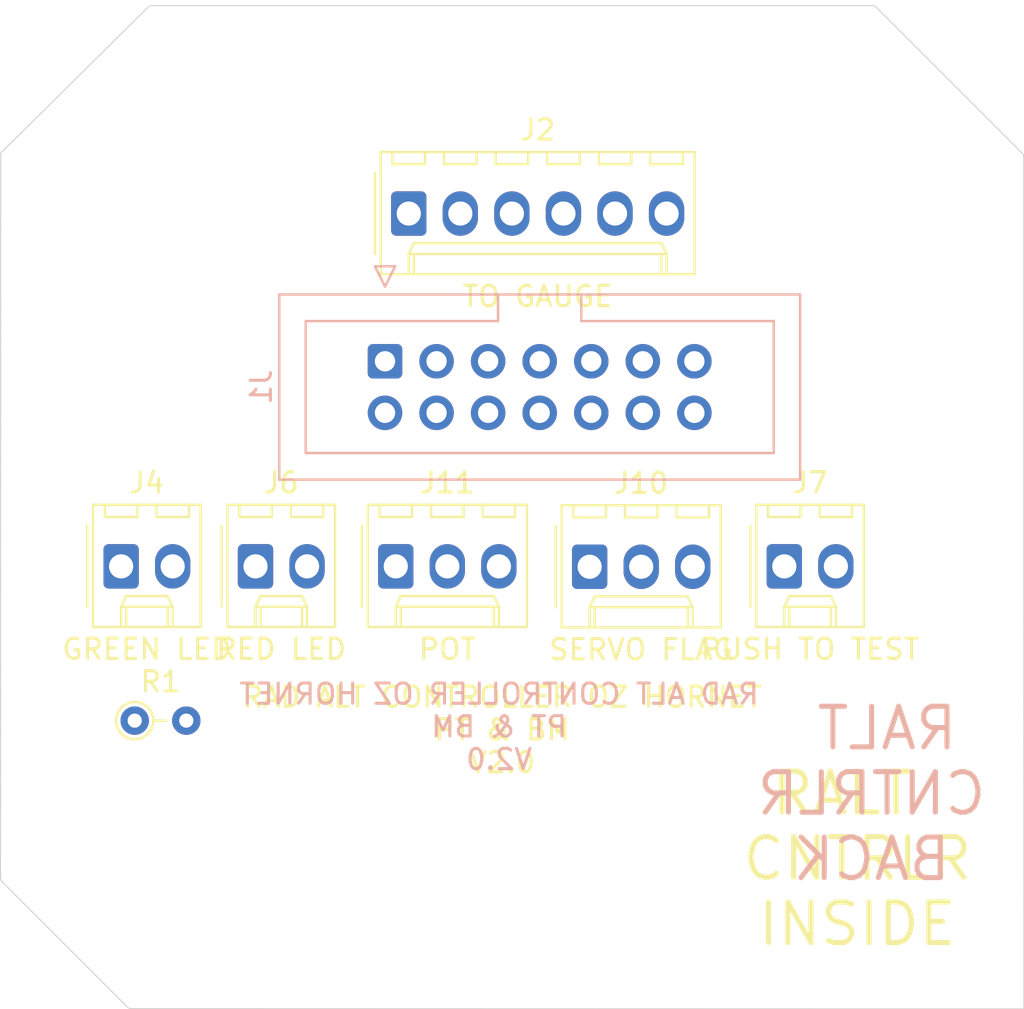
<source format=kicad_pcb>
(kicad_pcb (version 20211014) (generator pcbnew)
  (title_block (title "ABSIS NANO 2.0") (date "jeu. 02 avril 2015") (rev "1") (company "OPENHORNET") (comment 1 "CC BY-NC-SA"))
  (layers (0 "F.Cu" signal) (31 "B.Cu" signal) (34 "B.Paste" user) (35 "F.Paste" user) (36 "B.SilkS" user "B.Silkscreen") (37 "F.SilkS" user "F.Silkscreen") (38 "B.Mask" user) (39 "F.Mask" user) (44 "Edge.Cuts" user))
  (net 0 "")
  (net 1 "/LEDGND")
  (net 2 "/COIL-1")
  (net 3 "/COIL-2")
  (net 4 "/COIL-3")
  (net 5 "/COIL-4")
  (net 6 "/SERVO")
  (net 7 "/BL{slash}12+")
  (net 8 "/BL{slash}12-")
  (net 9 "/GN_LED")
  (net 10 "/POT")
  (net 11 "/PUSH_BUT")
  (net 12 "/GND")
  (net 13 "/RD_LED")
  (net 14 "/5V")
  (net 15 "/BLGND")
  (footprint "MountingHole:MountingHole_2.5mm" (layer "F.Cu") (at 34.81 50.81)
    (fp_text reference "MK1" hide)
    (fp_text value "MH")
    (pad "" np_thru_hole circle locked (at 0 0) (size 2.5 2.5) (drill 2.5) (layers *.Cu *.Mask))
  )
  (footprint "MountingHole:MountingHole_2.5mm" (layer "F.Cu") (at 31.81 91.81)
    (fp_text reference "MK2" hide)
    (fp_text value "MH")
    (pad "" np_thru_hole circle locked (at 0 0) (size 2.5 2.5) (drill 2.5) (layers *.Cu *.Mask))
  )
  (footprint "MountingHole:MountingHole_2.5mm" (layer "F.Cu") (at 71.81 54.81)
    (fp_text reference "MK3" hide)
    (fp_text value "MH")
    (pad "" np_thru_hole circle locked (at 0 0) (size 2.5 2.5) (drill 2.5) (layers *.Cu *.Mask))
  )
  (footprint "Connector_Molex:Molex_KK-254_AE-6410-02A_1x02_P2.54mm_Vertical" (layer "F.Cu") (at 64.66 75.21)
    (fp_text reference "J7" (at 1.27 -4.12) (layer "F.SilkS"))
    (fp_text value "PUSH TO TEST" (at 1.27 4.08) (layer "F.SilkS"))
    (fp_line (start 3.92 2.99) (end 3.92 -3.03) (layer "F.SilkS") (width 0.12))
    (fp_line (start 3.92 -3.03) (end -1.38 -3.03) (layer "F.SilkS") (width 0.12))
    (fp_line (start -1.67 -2) (end -1.67 2) (layer "F.SilkS") (width 0.12))
    (fp_line (start 0 1.99) (end 2.54 1.99) (layer "F.SilkS") (width 0.12))
    (fp_line (start 3.34 -2.43) (end 3.34 -3.03) (layer "F.SilkS") (width 0.12))
    (fp_line (start 2.29 2.99) (end 2.29 1.99) (layer "F.SilkS") (width 0.12))
    (fp_line (start 0 1.99) (end 0.25 1.46) (layer "F.SilkS") (width 0.12))
    (fp_line (start 0.25 2.99) (end 0.25 1.99) (layer "F.SilkS") (width 0.12))
    (fp_line (start 1.74 -3.03) (end 1.74 -2.43) (layer "F.SilkS") (width 0.12))
    (fp_line (start 0 2.99) (end 0 1.99) (layer "F.SilkS") (width 0.12))
    (fp_line (start 2.54 1.99) (end 2.54 2.99) (layer "F.SilkS") (width 0.12))
    (fp_line (start 2.29 1.46) (end 2.54 1.99) (layer "F.SilkS") (width 0.12))
    (fp_line (start -0.8 -3.03) (end -0.8 -2.43) (layer "F.SilkS") (width 0.12))
    (fp_line (start -1.38 2.99) (end 3.92 2.99) (layer "F.SilkS") (width 0.12))
    (fp_line (start 1.74 -2.43) (end 3.34 -2.43) (layer "F.SilkS") (width 0.12))
    (fp_line (start -0.8 -2.43) (end 0.8 -2.43) (layer "F.SilkS") (width 0.12))
    (fp_line (start 0.25 1.46) (end 2.29 1.46) (layer "F.SilkS") (width 0.12))
    (fp_line (start 0.8 -2.43) (end 0.8 -3.03) (layer "F.SilkS") (width 0.12))
    (fp_line (start -1.38 -3.03) (end -1.38 2.99) (layer "F.SilkS") (width 0.12))
    (pad "1" thru_hole roundrect (at 0 0) (size 1.74 2.19) (drill 1.19) (layers *.Cu *.Mask) (roundrect_rratio 0.1436781609) (net 11 "/PUSH_BUT"))
    (pad "2" thru_hole oval (at 2.54 0) (size 1.74 2.19) (drill 1.19) (layers *.Cu *.Mask) (net 12 "/GND"))
  )
  (footprint "Connector_Molex:Molex_KK-254_AE-6410-02A_1x02_P2.54mm_Vertical" (layer "F.Cu") (at 31.99 75.21)
    (fp_text reference "J4" (at 1.27 -4.12) (layer "F.SilkS"))
    (fp_text value "GREEN LED" (at 1.27 4.08) (layer "F.SilkS"))
    (fp_line (start 0.25 2.99) (end 0.25 1.99) (layer "F.SilkS") (width 0.12))
    (fp_line (start 3.92 2.99) (end 3.92 -3.03) (layer "F.SilkS") (width 0.12))
    (fp_line (start 2.54 1.99) (end 2.54 2.99) (layer "F.SilkS") (width 0.12))
    (fp_line (start -1.67 -2) (end -1.67 2) (layer "F.SilkS") (width 0.12))
    (fp_line (start -0.8 -3.03) (end -0.8 -2.43) (layer "F.SilkS") (width 0.12))
    (fp_line (start 0 1.99) (end 2.54 1.99) (layer "F.SilkS") (width 0.12))
    (fp_line (start 1.74 -2.43) (end 3.34 -2.43) (layer "F.SilkS") (width 0.12))
    (fp_line (start 0.25 1.46) (end 2.29 1.46) (layer "F.SilkS") (width 0.12))
    (fp_line (start 3.92 -3.03) (end -1.38 -3.03) (layer "F.SilkS") (width 0.12))
    (fp_line (start 1.74 -3.03) (end 1.74 -2.43) (layer "F.SilkS") (width 0.12))
    (fp_line (start 0.8 -2.43) (end 0.8 -3.03) (layer "F.SilkS") (width 0.12))
    (fp_line (start 0 2.99) (end 0 1.99) (layer "F.SilkS") (width 0.12))
    (fp_line (start 2.29 1.46) (end 2.54 1.99) (layer "F.SilkS") (width 0.12))
    (fp_line (start -1.38 -3.03) (end -1.38 2.99) (layer "F.SilkS") (width 0.12))
    (fp_line (start -0.8 -2.43) (end 0.8 -2.43) (layer "F.SilkS") (width 0.12))
    (fp_line (start 2.29 2.99) (end 2.29 1.99) (layer "F.SilkS") (width 0.12))
    (fp_line (start -1.38 2.99) (end 3.92 2.99) (layer "F.SilkS") (width 0.12))
    (fp_line (start 0 1.99) (end 0.25 1.46) (layer "F.SilkS") (width 0.12))
    (fp_line (start 3.34 -2.43) (end 3.34 -3.03) (layer "F.SilkS") (width 0.12))
    (pad "1" thru_hole roundrect (at 0 0) (size 1.74 2.19) (drill 1.19) (layers *.Cu *.Mask) (roundrect_rratio 0.1436781609) (net 9 "/GN_LED"))
    (pad "2" thru_hole oval (at 2.54 0) (size 1.74 2.19) (drill 1.19) (layers *.Cu *.Mask) (net 1 "/LEDGND"))
  )
  (footprint "Connector_Molex:Molex_KK-254_AE-6410-03A_1x03_P2.54mm_Vertical" (layer "F.Cu") (at 45.52 75.21)
    (fp_text reference "J11" (at 2.54 -4.12) (layer "F.SilkS"))
    (fp_text value "POT" (at 2.54 4.08) (layer "F.SilkS"))
    (fp_line (start 0.25 2.99) (end 0.25 1.99) (layer "F.SilkS") (width 0.12))
    (fp_line (start 6.46 -3.03) (end -1.38 -3.03) (layer "F.SilkS") (width 0.12))
    (fp_line (start 4.28 -3.03) (end 4.28 -2.43) (layer "F.SilkS") (width 0.12))
    (fp_line (start -1.38 2.99) (end 6.46 2.99) (layer "F.SilkS") (width 0.12))
    (fp_line (start 5.88 -2.43) (end 5.88 -3.03) (layer "F.SilkS") (width 0.12))
    (fp_line (start -1.38 -3.03) (end -1.38 2.99) (layer "F.SilkS") (width 0.12))
    (fp_line (start -0.8 -2.43) (end 0.8 -2.43) (layer "F.SilkS") (width 0.12))
    (fp_line (start 1.74 -2.43) (end 3.34 -2.43) (layer "F.SilkS") (width 0.12))
    (fp_line (start 0.8 -2.43) (end 0.8 -3.03) (layer "F.SilkS") (width 0.12))
    (fp_line (start 0 1.99) (end 5.08 1.99) (layer "F.SilkS") (width 0.12))
    (fp_line (start 4.83 2.99) (end 4.83 1.99) (layer "F.SilkS") (width 0.12))
    (fp_line (start 1.74 -3.03) (end 1.74 -2.43) (layer "F.SilkS") (width 0.12))
    (fp_line (start 6.46 2.99) (end 6.46 -3.03) (layer "F.SilkS") (width 0.12))
    (fp_line (start 4.83 1.46) (end 5.08 1.99) (layer "F.SilkS") (width 0.12))
    (fp_line (start 0 2.99) (end 0 1.99) (layer "F.SilkS") (width 0.12))
    (fp_line (start 4.28 -2.43) (end 5.88 -2.43) (layer "F.SilkS") (width 0.12))
    (fp_line (start 0.25 1.46) (end 4.83 1.46) (layer "F.SilkS") (width 0.12))
    (fp_line (start 0 1.99) (end 0.25 1.46) (layer "F.SilkS") (width 0.12))
    (fp_line (start 3.34 -2.43) (end 3.34 -3.03) (layer "F.SilkS") (width 0.12))
    (fp_line (start -1.67 -2) (end -1.67 2) (layer "F.SilkS") (width 0.12))
    (fp_line (start 5.08 1.99) (end 5.08 2.99) (layer "F.SilkS") (width 0.12))
    (fp_line (start -0.8 -3.03) (end -0.8 -2.43) (layer "F.SilkS") (width 0.12))
    (pad "1" thru_hole roundrect (at 0 0) (size 1.74 2.19) (drill 1.19) (layers *.Cu *.Mask) (roundrect_rratio 0.1436781609) (net 14 "/5V"))
    (pad "2" thru_hole oval (at 2.54 0) (size 1.74 2.19) (drill 1.19) (layers *.Cu *.Mask) (net 10 "/POT"))
    (pad "3" thru_hole oval (at 5.08 0) (size 1.74 2.19) (drill 1.19) (layers *.Cu *.Mask) (net 12 "/GND"))
  )
  (footprint "Connector_Molex:Molex_KK-254_AE-6410-06A_1x06_P2.54mm_Vertical" (layer "F.Cu") (at 46.16 57.83)
    (fp_text reference "J2" (at 6.35 -4.12) (layer "F.SilkS"))
    (fp_text value "TO GAUGE" (at 6.35 4.08) (layer "F.SilkS"))
    (fp_line (start 12.7 1.99) (end 12.7 2.99) (layer "F.SilkS") (width 0.12))
    (fp_line (start 14.08 2.99) (end 14.08 -3.03) (layer "F.SilkS") (width 0.12))
    (fp_line (start -1.38 -3.03) (end -1.38 2.99) (layer "F.SilkS") (width 0.12))
    (fp_line (start 1.74 -2.43) (end 3.34 -2.43) (layer "F.SilkS") (width 0.12))
    (fp_line (start 8.42 -2.43) (end 8.42 -3.03) (layer "F.SilkS") (width 0.12))
    (fp_line (start 5.88 -2.43) (end 5.88 -3.03) (layer "F.SilkS") (width 0.12))
    (fp_line (start 4.28 -2.43) (end 5.88 -2.43) (layer "F.SilkS") (width 0.12))
    (fp_line (start 1.74 -3.03) (end 1.74 -2.43) (layer "F.SilkS") (width 0.12))
    (fp_line (start -1.67 -2) (end -1.67 2) (layer "F.SilkS") (width 0.12))
    (fp_line (start 14.08 -3.03) (end -1.38 -3.03) (layer "F.SilkS") (width 0.12))
    (fp_line (start 9.36 -2.43) (end 10.96 -2.43) (layer "F.SilkS") (width 0.12))
    (fp_line (start -0.8 -3.03) (end -0.8 -2.43) (layer "F.SilkS") (width 0.12))
    (fp_line (start 12.45 2.99) (end 12.45 1.99) (layer "F.SilkS") (width 0.12))
    (fp_line (start 0.25 1.46) (end 12.45 1.46) (layer "F.SilkS") (width 0.12))
    (fp_line (start 9.36 -3.03) (end 9.36 -2.43) (layer "F.SilkS") (width 0.12))
    (fp_line (start 0.8 -2.43) (end 0.8 -3.03) (layer "F.SilkS") (width 0.12))
    (fp_line (start -0.8 -2.43) (end 0.8 -2.43) (layer "F.SilkS") (width 0.12))
    (fp_line (start 0 2.99) (end 0 1.99) (layer "F.SilkS") (width 0.12))
    (fp_line (start 11.9 -2.43) (end 13.5 -2.43) (layer "F.SilkS") (width 0.12))
    (fp_line (start 12.45 1.46) (end 12.7 1.99) (layer "F.SilkS") (width 0.12))
    (fp_line (start 4.28 -3.03) (end 4.28 -2.43) (layer "F.SilkS") (width 0.12))
    (fp_line (start 0.25 2.99) (end 0.25 1.99) (layer "F.SilkS") (width 0.12))
    (fp_line (start 6.82 -2.43) (end 8.42 -2.43) (layer "F.SilkS") (width 0.12))
    (fp_line (start 13.5 -2.43) (end 13.5 -3.03) (layer "F.SilkS") (width 0.12))
    (fp_line (start 10.96 -2.43) (end 10.96 -3.03) (layer "F.SilkS") (width 0.12))
    (fp_line (start 0 1.99) (end 0.25 1.46) (layer "F.SilkS") (width 0.12))
    (fp_line (start 0 1.99) (end 12.7 1.99) (layer "F.SilkS") (width 0.12))
    (fp_line (start 11.9 -3.03) (end 11.9 -2.43) (layer "F.SilkS") (width 0.12))
    (fp_line (start 3.34 -2.43) (end 3.34 -3.03) (layer "F.SilkS") (width 0.12))
    (fp_line (start 6.82 -3.03) (end 6.82 -2.43) (layer "F.SilkS") (width 0.12))
    (fp_line (start -1.38 2.99) (end 14.08 2.99) (layer "F.SilkS") (width 0.12))
    (pad "1" thru_hole roundrect (at 0 0) (size 1.74 2.19) (drill 1.19) (layers *.Cu *.Mask) (roundrect_rratio 0.1436781609) (net 2 "/COIL-1"))
    (pad "2" thru_hole oval (at 2.54 0) (size 1.74 2.19) (drill 1.19) (layers *.Cu *.Mask) (net 3 "/COIL-2"))
    (pad "3" thru_hole oval (at 5.08 0) (size 1.74 2.19) (drill 1.19) (layers *.Cu *.Mask) (net 4 "/COIL-3"))
    (pad "4" thru_hole oval (at 7.62 0) (size 1.74 2.19) (drill 1.19) (layers *.Cu *.Mask) (net 5 "/COIL-4"))
    (pad "5" thru_hole oval (at 10.16 0) (size 1.74 2.19) (drill 1.19) (layers *.Cu *.Mask) (net 7 "/BL{slash}12+"))
    (pad "6" thru_hole oval (at 12.7 0) (size 1.74 2.19) (drill 1.19) (layers *.Cu *.Mask) (net 15 "/BLGND"))
  )
  (footprint "Resistor_THT:R_Axial_DIN0204_L3.6mm_D1.6mm_P2.54mm_Vertical" (layer "F.Cu") (at 32.66 82.81)
    (fp_text reference "R1" (at 1.27 -1.92) (layer "F.SilkS"))
    (fp_text value "R")
    (fp_line (start 0.92 0) (end 1.54 0) (layer "F.SilkS") (width 0.12))
    (fp_circle (center 0 0) (end 0.92 0) (layer "F.SilkS") (width 0.12) (fill none))
    (pad "1" thru_hole circle (at 0 0) (size 1.4 1.4) (drill 0.7) (layers *.Cu *.Mask) (net 8 "/BL{slash}12-"))
    (pad "2" thru_hole oval (at 2.54 0) (size 1.4 1.4) (drill 0.7) (layers *.Cu *.Mask) (net 15 "/BLGND"))
  )
  (footprint "Connector_Molex:Molex_KK-254_AE-6410-03A_1x03_P2.54mm_Vertical" (layer "F.Cu") (at 55.07 75.23)
    (fp_text reference "J10" (at 2.54 -4.12) (layer "F.SilkS"))
    (fp_text value "SERVO FLAG" (at 2.54 4.08) (layer "F.SilkS"))
    (fp_line (start 0 1.99) (end 0.25 1.46) (layer "F.SilkS") (width 0.12))
    (fp_line (start 4.83 2.99) (end 4.83 1.99) (layer "F.SilkS") (width 0.12))
    (fp_line (start 4.83 1.46) (end 5.08 1.99) (layer "F.SilkS") (width 0.12))
    (fp_line (start 0.25 1.46) (end 4.83 1.46) (layer "F.SilkS") (width 0.12))
    (fp_line (start 5.88 -2.43) (end 5.88 -3.03) (layer "F.SilkS") (width 0.12))
    (fp_line (start 5.08 1.99) (end 5.08 2.99) (layer "F.SilkS") (width 0.12))
    (fp_line (start -0.8 -2.43) (end 0.8 -2.43) (layer "F.SilkS") (width 0.12))
    (fp_line (start -1.38 2.99) (end 6.46 2.99) (layer "F.SilkS") (width 0.12))
    (fp_line (start 4.28 -2.43) (end 5.88 -2.43) (layer "F.SilkS") (width 0.12))
    (fp_line (start 6.46 2.99) (end 6.46 -3.03) (layer "F.SilkS") (width 0.12))
    (fp_line (start 1.74 -3.03) (end 1.74 -2.43) (layer "F.SilkS") (width 0.12))
    (fp_line (start 3.34 -2.43) (end 3.34 -3.03) (layer "F.SilkS") (width 0.12))
    (fp_line (start 4.28 -3.03) (end 4.28 -2.43) (layer "F.SilkS") (width 0.12))
    (fp_line (start 0 1.99) (end 5.08 1.99) (layer "F.SilkS") (width 0.12))
    (fp_line (start -1.67 -2) (end -1.67 2) (layer "F.SilkS") (width 0.12))
    (fp_line (start 1.74 -2.43) (end 3.34 -2.43) (layer "F.SilkS") (width 0.12))
    (fp_line (start -0.8 -3.03) (end -0.8 -2.43) (layer "F.SilkS") (width 0.12))
    (fp_line (start 0 2.99) (end 0 1.99) (layer "F.SilkS") (width 0.12))
    (fp_line (start -1.38 -3.03) (end -1.38 2.99) (layer "F.SilkS") (width 0.12))
    (fp_line (start 0.25 2.99) (end 0.25 1.99) (layer "F.SilkS") (width 0.12))
    (fp_line (start 0.8 -2.43) (end 0.8 -3.03) (layer "F.SilkS") (width 0.12))
    (fp_line (start 6.46 -3.03) (end -1.38 -3.03) (layer "F.SilkS") (width 0.12))
    (pad "1" thru_hole roundrect (at 0 0) (size 1.74 2.19) (drill 1.19) (layers *.Cu *.Mask) (roundrect_rratio 0.1436781609) (net 14 "/5V"))
    (pad "2" thru_hole oval (at 2.54 0) (size 1.74 2.19) (drill 1.19) (layers *.Cu *.Mask) (net 6 "/SERVO"))
    (pad "3" thru_hole oval (at 5.08 0) (size 1.74 2.19) (drill 1.19) (layers *.Cu *.Mask) (net 12 "/GND"))
  )
  (footprint "Connector_Molex:Molex_KK-254_AE-6410-02A_1x02_P2.54mm_Vertical" (layer "F.Cu") (at 38.61 75.21)
    (fp_text reference "J6" (at 1.27 -4.12) (layer "F.SilkS"))
    (fp_text value "RED LED" (at 1.27 4.08) (layer "F.SilkS"))
    (fp_line (start 1.74 -2.43) (end 3.34 -2.43) (layer "F.SilkS") (width 0.12))
    (fp_line (start 3.34 -2.43) (end 3.34 -3.03) (layer "F.SilkS") (width 0.12))
    (fp_line (start 0 1.99) (end 2.54 1.99) (layer "F.SilkS") (width 0.12))
    (fp_line (start 0.25 2.99) (end 0.25 1.99) (layer "F.SilkS") (width 0.12))
    (fp_line (start 1.74 -3.03) (end 1.74 -2.43) (layer "F.SilkS") (width 0.12))
    (fp_line (start -1.38 2.99) (end 3.92 2.99) (layer "F.SilkS") (width 0.12))
    (fp_line (start 0.8 -2.43) (end 0.8 -3.03) (layer "F.SilkS") (width 0.12))
    (fp_line (start 2.54 1.99) (end 2.54 2.99) (layer "F.SilkS") (width 0.12))
    (fp_line (start 0 1.99) (end 0.25 1.46) (layer "F.SilkS") (width 0.12))
    (fp_line (start 3.92 2.99) (end 3.92 -3.03) (layer "F.SilkS") (width 0.12))
    (fp_line (start -1.38 -3.03) (end -1.38 2.99) (layer "F.SilkS") (width 0.12))
    (fp_line (start 2.29 2.99) (end 2.29 1.99) (layer "F.SilkS") (width 0.12))
    (fp_line (start -0.8 -3.03) (end -0.8 -2.43) (layer "F.SilkS") (width 0.12))
    (fp_line (start -0.8 -2.43) (end 0.8 -2.43) (layer "F.SilkS") (width 0.12))
    (fp_line (start 2.29 1.46) (end 2.54 1.99) (layer "F.SilkS") (width 0.12))
    (fp_line (start 0.25 1.46) (end 2.29 1.46) (layer "F.SilkS") (width 0.12))
    (fp_line (start -1.67 -2) (end -1.67 2) (layer "F.SilkS") (width 0.12))
    (fp_line (start 3.92 -3.03) (end -1.38 -3.03) (layer "F.SilkS") (width 0.12))
    (fp_line (start 0 2.99) (end 0 1.99) (layer "F.SilkS") (width 0.12))
    (pad "1" thru_hole roundrect (at 0 0) (size 1.74 2.19) (drill 1.19) (layers *.Cu *.Mask) (roundrect_rratio 0.1436781609) (net 13 "/RD_LED"))
    (pad "2" thru_hole oval (at 2.54 0) (size 1.74 2.19) (drill 1.19) (layers *.Cu *.Mask) (net 1 "/LEDGND"))
  )
  (footprint "Connector_IDC:IDC-Header_2x07_P2.54mm_Vertical" (layer "B.Cu") (at 44.99 65.1075 -90)
    (fp_text reference "J1" (at 1.27 6.1 90) (layer "B.SilkS") (effects (justify mirror)))
    (fp_text value "RADIO_ALT")
    (fp_line (start -3.29 -20.45) (end -3.29 5.21) (layer "B.SilkS") (width 0.12))
    (fp_line (start -1.98 -9.67) (end -1.98 -9.67) (layer "B.SilkS") (width 0.12))
    (fp_line (start -1.98 -19.15) (end -1.98 -9.67) (layer "B.SilkS") (width 0.12))
    (fp_line (start 4.52 3.91) (end 4.52 -19.15) (layer "B.SilkS") (width 0.12))
    (fp_line (start -1.98 3.91) (end 4.52 3.91) (layer "B.SilkS") (width 0.12))
    (fp_line (start -3.68 0) (end -4.68 0.5) (layer "B.SilkS") (width 0.12))
    (fp_line (start -3.29 -5.57) (end -1.98 -5.57) (layer "B.SilkS") (width 0.12))
    (fp_line (start -1.98 -5.57) (end -1.98 3.91) (layer "B.SilkS") (width 0.12))
    (fp_line (start -4.68 -0.5) (end -3.68 0) (layer "B.SilkS") (width 0.12))
    (fp_line (start -1.98 -9.67) (end -3.29 -9.67) (layer "B.SilkS") (width 0.12))
    (fp_line (start -3.29 5.21) (end 5.83 5.21) (layer "B.SilkS") (width 0.12))
    (fp_line (start 4.52 -19.15) (end -1.98 -19.15) (layer "B.SilkS") (width 0.12))
    (fp_line (start 5.83 -20.45) (end -3.29 -20.45) (layer "B.SilkS") (width 0.12))
    (fp_line (start 5.83 5.21) (end 5.83 -20.45) (layer "B.SilkS") (width 0.12))
    (fp_line (start -4.68 0.5) (end -4.68 -0.5) (layer "B.SilkS") (width 0.12))
    (pad "1" thru_hole roundrect (at 0 0 270) (size 1.7 1.7) (drill 1) (layers *.Cu *.Mask) (roundrect_rratio 0.147059) (net 2 "/COIL-1"))
    (pad "2" thru_hole circle (at 2.54 0 270) (size 1.7 1.7) (drill 1) (layers *.Cu *.Mask) (net 3 "/COIL-2"))
    (pad "3" thru_hole circle (at 0 -2.54 270) (size 1.7 1.7) (drill 1) (layers *.Cu *.Mask) (net 4 "/COIL-3"))
    (pad "4" thru_hole circle (at 2.54 -2.54 270) (size 1.7 1.7) (drill 1) (layers *.Cu *.Mask) (net 5 "/COIL-4"))
    (pad "5" thru_hole circle (at 0 -5.08 270) (size 1.7 1.7) (drill 1) (layers *.Cu *.Mask) (net 6 "/SERVO"))
    (pad "6" thru_hole circle (at 2.54 -5.08 270) (size 1.7 1.7) (drill 1) (layers *.Cu *.Mask) (net 10 "/POT"))
    (pad "7" thru_hole circle (at 0 -7.62 270) (size 1.7 1.7) (drill 1) (layers *.Cu *.Mask) (net 11 "/PUSH_BUT"))
    (pad "8" thru_hole circle (at 2.54 -7.62 270) (size 1.7 1.7) (drill 1) (layers *.Cu *.Mask) (net 9 "/GN_LED"))
    (pad "9" thru_hole circle (at 0 -10.16 270) (size 1.7 1.7) (drill 1) (layers *.Cu *.Mask) (net 13 "/RD_LED"))
    (pad "10" thru_hole circle (at 2.54 -10.16 270) (size 1.7 1.7) (drill 1) (layers *.Cu *.Mask) (net 1 "/LEDGND"))
    (pad "11" thru_hole circle (at 0 -12.7 270) (size 1.7 1.7) (drill 1) (layers *.Cu *.Mask) (net 14 "/5V"))
    (pad "12" thru_hole circle (at 2.54 -12.7 270) (size 1.7 1.7) (drill 1) (layers *.Cu *.Mask) (net 12 "/GND"))
    (pad "13" thru_hole circle (at 0 -15.24 270) (size 1.7 1.7) (drill 1) (layers *.Cu *.Mask) (net 8 "/BL{slash}12-"))
    (pad "14" thru_hole circle (at 2.54 -15.24 270) (size 1.7 1.7) (drill 1) (layers *.Cu *.Mask) (net 7 "/BL{slash}12+"))
  )
  (gr_line (start 26.127407 90.746639) (end 32.298293 96.917525) (layer "Edge.Cuts") (width 0.05))
  (gr_line (start 76.46 97.01) (end 76.45324 75.848151) (layer "Edge.Cuts") (width 0.05))
  (gr_arc (start 26.127407 90.746639) (mid 26.068878 90.659045) (end 26.048326 90.55572) (layer "Edge.Cuts") (width 0.05))
  (gr_arc (start 68.996355 47.587007) (mid 69.099679 47.60756) (end 69.187273 47.666089) (layer "Edge.Cuts") (width 0.05))
  (gr_line (start 32.489212 96.996607) (end 76.46 97.01) (layer "Edge.Cuts") (width 0.05))
  (gr_line (start 33.314293 47.666089) (end 26.06 54.852975) (layer "Edge.Cuts") (width 0.05))
  (gr_arc (start 32.489211 96.996607) (mid 32.385887 96.976054) (end 32.298293 96.917525) (layer "Edge.Cuts") (width 0.05))
  (gr_arc (start 33.314293 47.666088) (mid 33.401887 47.607559) (end 33.505212 47.587007) (layer "Edge.Cuts") (width 0.05))
  (gr_line (start 26.06 54.852975) (end 26.048326 90.55572) (layer "Edge.Cuts") (width 0.05))
  (gr_arc (start 76.374159 54.852975) (mid 76.432688 54.940569) (end 76.45324 55.043894) (layer "Edge.Cuts") (width 0.05))
  (gr_line (start 76.45324 75.848151) (end 76.45324 55.043894) (layer "Edge.Cuts") (width 0.05))
  (gr_line (start 68.996354 47.587007) (end 33.505212 47.587007) (layer "Edge.Cuts") (width 0.05))
  (gr_line (start 76.374159 54.852975) (end 69.187273 47.666089) (layer "Edge.Cuts") (width 0.05))
  (gr_text "RALT \nCNTRLR\nBACK" (at 68.96 86.41) (layer "B.SilkS") (effects (font (size 2 2) (thickness 0.25)) (justify mirror)))
  (gr_text "RAD ALT CONTROLLER OZ HORNET\nPT & BM\nV2.0\n" (at 50.61 83.11) (layer "B.SilkS") (effects (font (size 1 1)) (justify mirror)))
  (gr_text "RALT \nCNTRLR\nINSIDE\n" (at 68.26 89.61) (layer "F.SilkS") (effects (font (size 2 2) (thickness 0.25))))
  (gr_text "RAD ALT CONTROLLER OZ HORNET\nPT & BM\nV2.0\n" (at 50.76 83.26) (layer "F.SilkS") (effects (font (size 1 1))))
)
</source>
